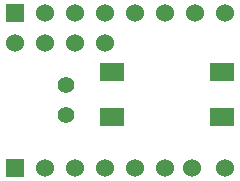
<source format=gts>
G04 (created by PCBNEW (2013-07-07 BZR 4022)-stable) date 15/01/2015 16:28:21*
%MOIN*%
G04 Gerber Fmt 3.4, Leading zero omitted, Abs format*
%FSLAX34Y34*%
G01*
G70*
G90*
G04 APERTURE LIST*
%ADD10C,0.00590551*%
%ADD11R,0.06X0.06*%
%ADD12C,0.06*%
%ADD13C,0.055*%
%ADD14R,0.0830709X0.0629921*%
G04 APERTURE END LIST*
G54D10*
G54D11*
X71850Y-46550D03*
G54D12*
X72850Y-46550D03*
X73850Y-46550D03*
X74850Y-46550D03*
X75850Y-46550D03*
X76850Y-46550D03*
X77750Y-46550D03*
X78850Y-46550D03*
G54D13*
X73550Y-43800D03*
X73550Y-44800D03*
G54D11*
X71850Y-41400D03*
G54D12*
X77850Y-41400D03*
X72850Y-41400D03*
X78850Y-41400D03*
X73850Y-41400D03*
X74850Y-41400D03*
X75850Y-41400D03*
X76850Y-41400D03*
X74850Y-42400D03*
X73850Y-42400D03*
X72850Y-42400D03*
X71850Y-42400D03*
G54D14*
X78745Y-44850D03*
X75103Y-44850D03*
X78745Y-43375D03*
X75103Y-43375D03*
M02*

</source>
